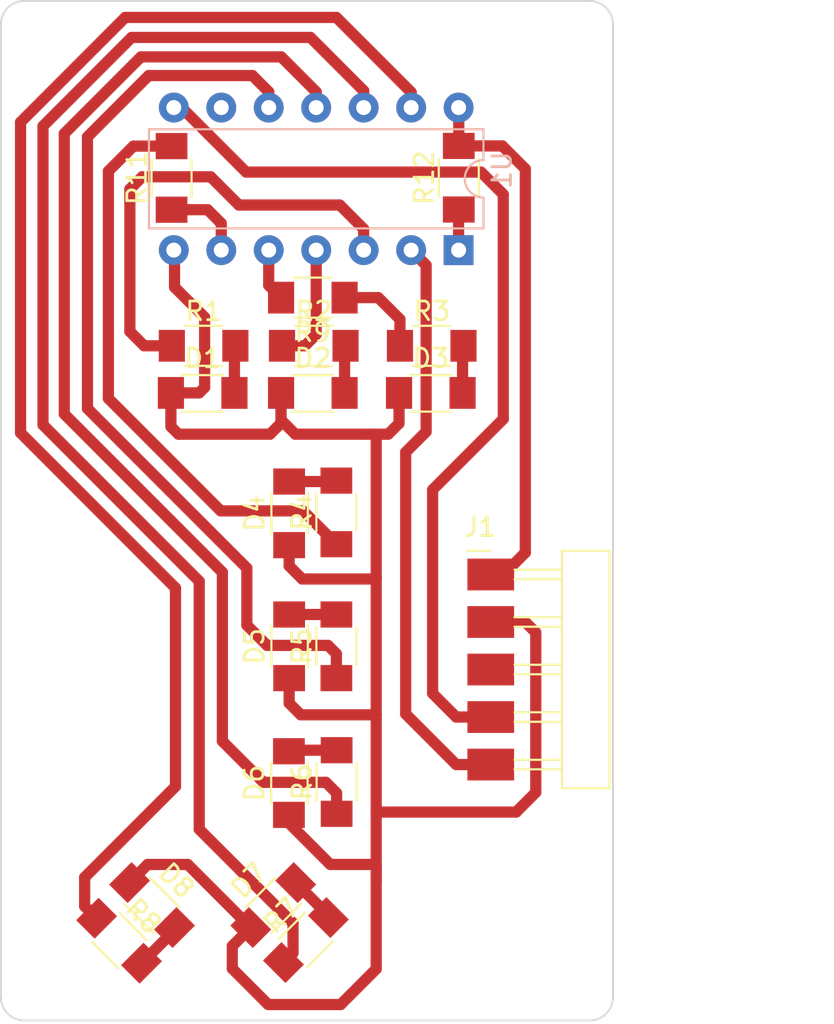
<source format=kicad_pcb>
(kicad_pcb (version 20221018) (generator pcbnew)
  (layers (0 "F.Cu" signal) (31 "B.Cu" signal) (34 "B.Paste" user) (35 "F.Paste" user) (36 "B.SilkS" user "B.Silkscreen") (37 "F.SilkS" user "F.Silkscreen") (38 "B.Mask" user) (39 "F.Mask" user) (44 "Edge.Cuts" user))
  (net 0 "")
  (net 1 "PWR_GND")
  (net 2 "Net-(D1-A)")
  (net 3 "Net-(D2-A)")
  (net 4 "Net-(D3-A)")
  (net 5 "Net-(D4-A)")
  (net 6 "Net-(D5-A)")
  (net 7 "Net-(D6-A)")
  (net 8 "Net-(D7-A)")
  (net 9 "Net-(D8-A)")
  (net 10 "PWR_5V")
  (net 11 "Data pin")
  (net 12 "Clock pin")
  (net 13 "Net-(U1-Q0)")
  (net 14 "Net-(U1-Q1)")
  (net 15 "Net-(U1-Q2)")
  (net 16 "Net-(U1-Q3)")
  (net 17 "Net-(U1-Q4)")
  (net 18 "Net-(U1-Q5)")
  (net 19 "Net-(U1-Q6)")
  (net 20 "Net-(U1-Q7)")
  (net 21 "Net-(R3-Pad1)")
  (net 22 "Net-(U1-DSA)")
  (net 23 "Net-(R11-Pad2)")
  (footprint "fab:R_1206" (layer "F.Cu") (at 89.09467 71.625)
    (fp_text reference "R1" (at 0 -1.85) (layer "F.SilkS"))
    (fp_text value "100 Ohm")
    (fp_line (start -1 -1.07) (end 1 -1.07) (stroke (width 0.12)) (layer "F.SilkS"))
    (fp_line (start 1 1.07) (end -1 1.07) (stroke (width 0.12)) (layer "F.SilkS"))
    (pad "1" smd rect (at -1.7 0) (size 1.4 1.7) (layers "F.Cu" "F.Paste" "F.Mask") (net 13 "Net-(U1-Q0)"))
    (pad "2" smd rect (at 1.7 0) (size 1.4 1.7) (layers "F.Cu" "F.Paste" "F.Mask") (net 2 "Net-(D1-A)"))
  )
  (footprint "fab:LED_1206" (layer "F.Cu") (at 101.251993 74.143046)
    (fp_text reference "D3" (at 0 -1.85) (layer "F.SilkS"))
    (fp_text value "LED_1206")
    (fp_line (start -1.1 -0.95) (end 1.1 -0.95) (stroke (width 0.12)) (layer "F.SilkS"))
    (fp_line (start -1.1 1) (end 1.1 1) (stroke (width 0.12)) (layer "F.SilkS"))
    (pad "1" smd rect (at -1.7 0) (size 1.4 1.7) (layers "F.Cu" "F.Paste" "F.Mask") (net 1 "PWR_GND"))
    (pad "2" smd rect (at 1.7 0) (size 1.4 1.7) (layers "F.Cu" "F.Paste" "F.Mask") (net 4 "Net-(D3-A)"))
  )
  (footprint "fab:PinHeader_1x05_P2.54mm_Horizontal_SMD" (layer "F.Cu") (at 104.46 83.85)
    (fp_text reference "J1" (at -1.524 -2.54 180) (layer "F.SilkS") (effects (justify left)))
    (fp_text value "Conn_PinHeader_1x05_P2.54mm_Horizontal_SMD")
    (fp_line (start -1.27 -1.27) (end 0 -1.27) (stroke (width 0.12)) (layer "F.SilkS"))
    (fp_line (start 3.81 -1.27) (end 6.35 -1.27) (stroke (width 0.12)) (layer "F.SilkS"))
    (fp_line (start 3.81 -0.254) (end 1.27 -0.254) (stroke (width 0.12)) (layer "F.SilkS"))
    (fp_line (start 3.81 0.254) (end 1.27 0.254) (stroke (width 0.12)) (layer "F.SilkS"))
    (fp_line (start 3.81 2.286) (end 1.27 2.286) (stroke (width 0.12)) (layer "F.SilkS"))
    (fp_line (start 3.81 2.794) (end 1.27 2.794) (stroke (width 0.12)) (layer "F.SilkS"))
    (fp_line (start 3.81 4.826) (end 1.27 4.826) (stroke (width 0.12)) (layer "F.SilkS"))
    (fp_line (start 3.81 5.334) (end 1.27 5.334) (stroke (width 0.12)) (layer "F.SilkS"))
    (fp_line (start 3.81 7.366) (end 1.27 7.366) (stroke (width 0.12)) (layer "F.SilkS"))
    (fp_line (start 3.81 7.874) (end 1.27 7.874) (stroke (width 0.12)) (layer "F.SilkS"))
    (fp_line (start 3.81 9.906) (end 1.27 9.906) (stroke (width 0.12)) (layer "F.SilkS"))
    (fp_line (start 3.81 10.414) (end 1.27 10.414) (stroke (width 0.12)) (layer "F.SilkS"))
    (fp_line (start 3.81 11.43) (end 3.81 -1.27) (stroke (width 0.12)) (layer "F.SilkS"))
    (fp_line (start 6.35 -1.27) (end 6.35 11.43) (stroke (width 0.12)) (layer "F.SilkS"))
    (fp_line (start 6.35 11.43) (end 3.81 11.43) (stroke (width 0.12)) (layer "F.SilkS"))
    (pad "1" smd rect (at 0 0) (size 2.5 1.7) (layers "F.Cu" "F.Paste" "F.Mask") (net 10 "PWR_5V"))
    (pad "2" smd rect (at 0 2.54) (size 2.5 1.7) (layers "F.Cu" "F.Paste" "F.Mask") (net 1 "PWR_GND"))
    (pad "3" smd rect (at 0 5.08) (size 2.5 1.7) (layers "F.Cu" "F.Paste" "F.Mask"))
    (pad "4" smd rect (at 0 7.62) (size 2.5 1.7) (layers "F.Cu" "F.Paste" "F.Mask") (net 12 "Clock pin"))
    (pad "5" smd rect (at 0 10.16) (size 2.5 1.7) (layers "F.Cu" "F.Paste" "F.Mask") (net 11 "Data pin"))
  )
  (footprint "fab:LED_1206" (layer "F.Cu") (at 93.672856 80.581308 90)
    (fp_text reference "D4" (at 0 -1.85 90) (layer "F.SilkS"))
    (fp_text value "LED_1206")
    (fp_line (start -1.1 -0.95) (end 1.1 -0.95) (stroke (width 0.12)) (layer "F.SilkS"))
    (fp_line (start -1.1 1) (end 1.1 1) (stroke (width 0.12)) (layer "F.SilkS"))
    (pad "1" smd rect (at -1.7 0 90) (size 1.4 1.7) (layers "F.Cu" "F.Paste" "F.Mask") (net 1 "PWR_GND"))
    (pad "2" smd rect (at 1.7 0 90) (size 1.4 1.7) (layers "F.Cu" "F.Paste" "F.Mask") (net 5 "Net-(D4-A)"))
  )
  (footprint "fab:R_1206" (layer "F.Cu") (at 96.2 80.531308 90)
    (fp_text reference "R4" (at 0 -1.85 90) (layer "F.SilkS"))
    (fp_text value "100 Ohm")
    (fp_line (start -1 -1.07) (end 1 -1.07) (stroke (width 0.12)) (layer "F.SilkS"))
    (fp_line (start 1 1.07) (end -1 1.07) (stroke (width 0.12)) (layer "F.SilkS"))
    (pad "1" smd rect (at -1.7 0 90) (size 1.4 1.7) (layers "F.Cu" "F.Paste" "F.Mask") (net 23 "Net-(R11-Pad2)"))
    (pad "2" smd rect (at 1.7 0 90) (size 1.4 1.7) (layers "F.Cu" "F.Paste" "F.Mask") (net 5 "Net-(D4-A)"))
  )
  (footprint "fab:LED_1206" (layer "F.Cu") (at 92.820474 101.521128 45)
    (fp_text reference "D7" (at 0 -1.85 45) (layer "F.SilkS"))
    (fp_text value "LED_1206")
    (fp_line (start -1.1 -0.95) (end 1.1 -0.95) (stroke (width 0.12)) (layer "F.SilkS"))
    (fp_line (start -1.1 1) (end 1.1 1) (stroke (width 0.12)) (layer "F.SilkS"))
    (pad "1" smd rect (at -1.7 0 45) (size 1.4 1.7) (layers "F.Cu" "F.Paste" "F.Mask") (net 1 "PWR_GND"))
    (pad "2" smd rect (at 1.7 0 45) (size 1.4 1.7) (layers "F.Cu" "F.Paste" "F.Mask") (net 8 "Net-(D7-A)"))
  )
  (footprint "fab:LED_1206" (layer "F.Cu") (at 89.04467 74.143046)
    (fp_text reference "D1" (at 0 -1.85) (layer "F.SilkS"))
    (fp_text value "LED_1206")
    (fp_line (start -1.1 -0.95) (end 1.1 -0.95) (stroke (width 0.12)) (layer "F.SilkS"))
    (fp_line (start -1.1 1) (end 1.1 1) (stroke (width 0.12)) (layer "F.SilkS"))
    (pad "1" smd rect (at -1.7 0) (size 1.4 1.7) (layers "F.Cu" "F.Paste" "F.Mask") (net 1 "PWR_GND"))
    (pad "2" smd rect (at 1.7 0) (size 1.4 1.7) (layers "F.Cu" "F.Paste" "F.Mask") (net 2 "Net-(D1-A)"))
  )
  (footprint "fab:LED_1206" (layer "F.Cu") (at 94.93986 74.143046)
    (fp_text reference "D2" (at 0 -1.85) (layer "F.SilkS"))
    (fp_text value "LED_1206")
    (fp_line (start -1.1 -0.95) (end 1.1 -0.95) (stroke (width 0.12)) (layer "F.SilkS"))
    (fp_line (start -1.1 1) (end 1.1 1) (stroke (width 0.12)) (layer "F.SilkS"))
    (pad "1" smd rect (at -1.7 0) (size 1.4 1.7) (layers "F.Cu" "F.Paste" "F.Mask") (net 1 "PWR_GND"))
    (pad "2" smd rect (at 1.7 0) (size 1.4 1.7) (layers "F.Cu" "F.Paste" "F.Mask") (net 3 "Net-(D2-A)"))
  )
  (footprint "fab:R_1206" (layer "F.Cu") (at 94.93986 69.05 180)
    (fp_text reference "R9" (at 0 -1.85) (layer "F.SilkS"))
    (fp_text value "0 Ohm")
    (fp_line (start -1 -1.07) (end 1 -1.07) (stroke (width 0.12)) (layer "F.SilkS"))
    (fp_line (start 1 1.07) (end -1 1.07) (stroke (width 0.12)) (layer "F.SilkS"))
    (pad "1" smd rect (at -1.7 0 180) (size 1.4 1.7) (layers "F.Cu" "F.Paste" "F.Mask") (net 15 "Net-(U1-Q2)"))
    (pad "2" smd rect (at 1.7 0 180) (size 1.4 1.7) (layers "F.Cu" "F.Paste" "F.Mask") (net 21 "Net-(R3-Pad1)"))
  )
  (footprint "fab:R_1206" (layer "F.Cu") (at 94.570536 103.391902 45)
    (fp_text reference "R7" (at 0 -1.85 45) (layer "F.SilkS"))
    (fp_text value "100 Ohm")
    (fp_line (start -1 -1.07) (end 1 -1.07) (stroke (width 0.12)) (layer "F.SilkS"))
    (fp_line (start 1 1.07) (end -1 1.07) (stroke (width 0.12)) (layer "F.SilkS"))
    (pad "1" smd rect (at -1.7 0 45) (size 1.4 1.7) (layers "F.Cu" "F.Paste" "F.Mask") (net 19 "Net-(U1-Q6)"))
    (pad "2" smd rect (at 1.7 0 45) (size 1.4 1.7) (layers "F.Cu" "F.Paste" "F.Mask") (net 8 "Net-(D7-A)"))
  )
  (footprint "fab:R_1206" (layer "F.Cu") (at 101.301993 71.625)
    (fp_text reference "R3" (at 0 -1.85) (layer "F.SilkS"))
    (fp_text value "100 Ohm")
    (fp_line (start -1 -1.07) (end 1 -1.07) (stroke (width 0.12)) (layer "F.SilkS"))
    (fp_line (start 1 1.07) (end -1 1.07) (stroke (width 0.12)) (layer "F.SilkS"))
    (pad "1" smd rect (at -1.7 0) (size 1.4 1.7) (layers "F.Cu" "F.Paste" "F.Mask") (net 21 "Net-(R3-Pad1)"))
    (pad "2" smd rect (at 1.7 0) (size 1.4 1.7) (layers "F.Cu" "F.Paste" "F.Mask") (net 4 "Net-(D3-A)"))
  )
  (footprint "fab:R_1206" (layer "F.Cu") (at 84.570536 103.427258 -45)
    (fp_text reference "R8" (at 0 -1.85 135) (layer "F.SilkS"))
    (fp_text value "100 Ohm")
    (fp_line (start -1 -1.07) (end 1 -1.07) (stroke (width 0.12)) (layer "F.SilkS"))
    (fp_line (start 1 1.07) (end -1 1.07) (stroke (width 0.12)) (layer "F.SilkS"))
    (pad "1" smd rect (at -1.7 0 315) (size 1.4 1.7) (layers "F.Cu" "F.Paste" "F.Mask") (net 20 "Net-(U1-Q7)"))
    (pad "2" smd rect (at 1.7 0 315) (size 1.4 1.7) (layers "F.Cu" "F.Paste" "F.Mask") (net 9 "Net-(D8-A)"))
  )
  (footprint "fab:R_1206" (layer "F.Cu") (at 96.212375 94.942805 90)
    (fp_text reference "R6" (at 0 -1.85 90) (layer "F.SilkS"))
    (fp_text value "100 Ohm")
    (fp_line (start -1 -1.07) (end 1 -1.07) (stroke (width 0.12)) (layer "F.SilkS"))
    (fp_line (start 1 1.07) (end -1 1.07) (stroke (width 0.12)) (layer "F.SilkS"))
    (pad "1" smd rect (at -1.7 0 90) (size 1.4 1.7) (layers "F.Cu" "F.Paste" "F.Mask") (net 18 "Net-(U1-Q5)"))
    (pad "2" smd rect (at 1.7 0 90) (size 1.4 1.7) (layers "F.Cu" "F.Paste" "F.Mask") (net 7 "Net-(D6-A)"))
  )
  (footprint "fab:LED_1206" (layer "F.Cu") (at 93.672856 87.688808 90)
    (fp_text reference "D5" (at 0 -1.85 90) (layer "F.SilkS"))
    (fp_text value "LED_1206")
    (fp_line (start -1.1 -0.95) (end 1.1 -0.95) (stroke (width 0.12)) (layer "F.SilkS"))
    (fp_line (start -1.1 1) (end 1.1 1) (stroke (width 0.12)) (layer "F.SilkS"))
    (pad "1" smd rect (at -1.7 0 90) (size 1.4 1.7) (layers "F.Cu" "F.Paste" "F.Mask") (net 1 "PWR_GND"))
    (pad "2" smd rect (at 1.7 0 90) (size 1.4 1.7) (layers "F.Cu" "F.Paste" "F.Mask") (net 6 "Net-(D5-A)"))
  )
  (footprint "fab:LED_1206" (layer "F.Cu") (at 86.335118 101.521128 -45)
    (fp_text reference "D8" (at 0 -1.85 135) (layer "F.SilkS"))
    (fp_text value "LED_1206")
    (fp_line (start -1.1 -0.95) (end 1.1 -0.95) (stroke (width 0.12)) (layer "F.SilkS"))
    (fp_line (start -1.1 1) (end 1.1 1) (stroke (width 0.12)) (layer "F.SilkS"))
    (pad "1" smd rect (at -1.7 0 315) (size 1.4 1.7) (layers "F.Cu" "F.Paste" "F.Mask") (net 1 "PWR_GND"))
    (pad "2" smd rect (at 1.7 0 315) (size 1.4 1.7) (layers "F.Cu" "F.Paste" "F.Mask") (net 9 "Net-(D8-A)"))
  )
  (footprint "fab:R_1206" (layer "F.Cu") (at 94.98986 71.625)
    (fp_text reference "R2" (at 0 -1.85) (layer "F.SilkS"))
    (fp_text value "100 Ohm")
    (fp_line (start -1 -1.07) (end 1 -1.07) (stroke (width 0.12)) (layer "F.SilkS"))
    (fp_line (start 1 1.07) (end -1 1.07) (stroke (width 0.12)) (layer "F.SilkS"))
    (pad "1" smd rect (at -1.7 0) (size 1.4 1.7) (layers "F.Cu" "F.Paste" "F.Mask") (net 14 "Net-(U1-Q1)"))
    (pad "2" smd rect (at 1.7 0) (size 1.4 1.7) (layers "F.Cu" "F.Paste" "F.Mask") (net 3 "Net-(D2-A)"))
  )
  (footprint "fab:R_1206" (layer "F.Cu") (at 102.75 62.64 90)
    (fp_text reference "R12" (at 0 -1.85 90) (layer "F.SilkS"))
    (fp_text value "0 Ohm")
    (fp_line (start -1 -1.07) (end 1 -1.07) (stroke (width 0.12)) (layer "F.SilkS"))
    (fp_line (start 1 1.07) (end -1 1.07) (stroke (width 0.12)) (layer "F.SilkS"))
    (pad "1" smd rect (at -1.7 0 90) (size 1.4 1.7) (layers "F.Cu" "F.Paste" "F.Mask") (net 22 "Net-(U1-DSA)"))
    (pad "2" smd rect (at 1.7 0 90) (size 1.4 1.7) (layers "F.Cu" "F.Paste" "F.Mask") (net 10 "PWR_5V"))
  )
  (footprint "fab:LED_1206" (layer "F.Cu") (at 93.660231 94.999113 90)
    (fp_text reference "D6" (at 0 -1.85 90) (layer "F.SilkS"))
    (fp_text value "LED_1206")
    (fp_line (start -1.1 -0.95) (end 1.1 -0.95) (stroke (width 0.12)) (layer "F.SilkS"))
    (fp_line (start -1.1 1) (end 1.1 1) (stroke (width 0.12)) (layer "F.SilkS"))
    (pad "1" smd rect (at -1.7 0 90) (size 1.4 1.7) (layers "F.Cu" "F.Paste" "F.Mask") (net 1 "PWR_GND"))
    (pad "2" smd rect (at 1.7 0 90) (size 1.4 1.7) (layers "F.Cu" "F.Paste" "F.Mask") (net 7 "Net-(D6-A)"))
  )
  (footprint "fab:R_1206" (layer "F.Cu") (at 96.2 87.688808 90)
    (fp_text reference "R5" (at 0 -1.85 90) (layer "F.SilkS"))
    (fp_text value "100 Ohm")
    (fp_line (start -1 -1.07) (end 1 -1.07) (stroke (width 0.12)) (layer "F.SilkS"))
    (fp_line (start 1 1.07) (end -1 1.07) (stroke (width 0.12)) (layer "F.SilkS"))
    (pad "1" smd rect (at -1.7 0 90) (size 1.4 1.7) (layers "F.Cu" "F.Paste" "F.Mask") (net 17 "Net-(U1-Q4)"))
    (pad "2" smd rect (at 1.7 0 90) (size 1.4 1.7) (layers "F.Cu" "F.Paste" "F.Mask") (net 6 "Net-(D5-A)"))
  )
  (footprint "fab:R_1206" (layer "F.Cu") (at 87.38 62.65 90)
    (fp_text reference "R11" (at 0 -1.85 90) (layer "F.SilkS"))
    (fp_text value "0 Ohm")
    (fp_line (start -1 -1.07) (end 1 -1.07) (stroke (width 0.12)) (layer "F.SilkS"))
    (fp_line (start 1 1.07) (end -1 1.07) (stroke (width 0.12)) (layer "F.SilkS"))
    (pad "1" smd rect (at -1.7 0 90) (size 1.4 1.7) (layers "F.Cu" "F.Paste" "F.Mask") (net 16 "Net-(U1-Q3)"))
    (pad "2" smd rect (at 1.7 0 90) (size 1.4 1.7) (layers "F.Cu" "F.Paste" "F.Mask") (net 23 "Net-(R11-Pad2)"))
  )
  (footprint "Package_DIP:DIP-14_W7.62mm" (layer "B.Cu") (at 102.74 66.51 90)
    (fp_text reference "U1" (at 4.270001 2.32 90) (layer "B.SilkS") (effects (justify mirror)))
    (fp_text value locked "74HCT164")
    (fp_line (start 1.16 -16.57) (end 6.46 -16.57) (stroke (width 0.12)) (layer "B.SilkS"))
    (fp_line (start 1.16 1.33) (end 1.16 -16.57) (stroke (width 0.12)) (layer "B.SilkS"))
    (fp_line (start 2.81 1.33) (end 1.16 1.33) (stroke (width 0.12)) (layer "B.SilkS"))
    (fp_line (start 6.46 -16.57) (end 6.46 1.33) (stroke (width 0.12)) (layer "B.SilkS"))
    (fp_line (start 6.46 1.33) (end 4.81 1.33) (stroke (width 0.12)) (layer "B.SilkS"))
    (fp_arc (start 2.81 1.33) (mid 3.81 0.33) (end 4.81 1.33) (stroke (width 0.12)) (layer "B.SilkS"))
    (pad "1" thru_hole rect (at 0 0 90) (size 1.6 1.6) (drill 0.8) (layers "*.Cu" "*.Mask") (net 22 "Net-(U1-DSA)"))
    (pad "2" thru_hole oval (at 0 -2.54 90) (size 1.6 1.6) (drill 0.8) (layers "*.Cu" "*.Mask") (net 11 "Data pin"))
    (pad "3" thru_hole oval (at 0 -5.08 90) (size 1.6 1.6) (drill 0.8) (layers "*.Cu" "*.Mask") (net 13 "Net-(U1-Q0)"))
    (pad "4" thru_hole oval (at 0 -7.62 90) (size 1.6 1.6) (drill 0.8) (layers "*.Cu" "*.Mask") (net 14 "Net-(U1-Q1)"))
    (pad "5" thru_hole oval (at 0 -10.16 90) (size 1.6 1.6) (drill 0.8) (layers "*.Cu" "*.Mask") (net 15 "Net-(U1-Q2)"))
    (pad "6" thru_hole oval (at 0 -12.7 90) (size 1.6 1.6) (drill 0.8) (layers "*.Cu" "*.Mask") (net 16 "Net-(U1-Q3)"))
    (pad "7" thru_hole oval (at 0 -15.24 90) (size 1.6 1.6) (drill 0.8) (layers "*.Cu" "*.Mask") (net 1 "PWR_GND"))
    (pad "8" thru_hole oval (at 7.62 -15.24 90) (size 1.6 1.6) (drill 0.8) (layers "*.Cu" "*.Mask") (net 12 "Clock pin"))
    (pad "9" thru_hole oval (at 7.62 -12.7 90) (size 1.6 1.6) (drill 0.8) (layers "*.Cu" "*.Mask"))
    (pad "10" thru_hole oval (at 7.62 -10.16 90) (size 1.6 1.6) (drill 0.8) (layers "*.Cu" "*.Mask") (net 17 "Net-(U1-Q4)"))
    (pad "11" thru_hole oval (at 7.62 -7.62 90) (size 1.6 1.6) (drill 0.8) (layers "*.Cu" "*.Mask") (net 18 "Net-(U1-Q5)"))
    (pad "12" thru_hole oval (at 7.62 -5.08 90) (size 1.6 1.6) (drill 0.8) (layers "*.Cu" "*.Mask") (net 19 "Net-(U1-Q6)"))
    (pad "13" thru_hole oval (at 7.62 -2.54 90) (size 1.6 1.6) (drill 0.8) (layers "*.Cu" "*.Mask") (net 20 "Net-(U1-Q7)"))
    (pad "14" thru_hole oval (at 7.62 0 90) (size 1.6 1.6) (drill 0.8) (layers "*.Cu" "*.Mask") (net 10 "PWR_5V"))
  )
  (gr_line (start 79.5 107.69) (end 109.75 107.69) (stroke (width 0.1)) (layer "Edge.Cuts"))
  (gr_arc (start 78.25 54.44) (mid 78.616117 53.556117) (end 79.5 53.19) (stroke (width 0.1)) (layer "Edge.Cuts"))
  (gr_line (start 111 106.44) (end 111 54.44) (stroke (width 0.1)) (layer "Edge.Cuts"))
  (gr_line (start 78.25 54.44) (end 78.25 106.44) (stroke (width 0.1)) (layer "Edge.Cuts"))
  (gr_arc (start 109.75 53.19) (mid 110.633883 53.556117) (end 111 54.44) (stroke (width 0.1)) (layer "Edge.Cuts"))
  (gr_arc (start 111 106.44) (mid 110.633883 107.323883) (end 109.75 107.69) (stroke (width 0.1)) (layer "Edge.Cuts"))
  (gr_arc (start 79.5 107.69) (mid 78.616117 107.323883) (end 78.25 106.44) (stroke (width 0.1)) (layer "Edge.Cuts"))
  (gr_line (start 109.75 53.19) (end 79.5 53.19) (stroke (width 0.1)) (layer "Edge.Cuts"))
  (segment (start 93.23986 75.58986) (end 94 76.35) (width 0.6) (layer "F.Cu") (net 1))
  (segment (start 93.660231 97.140231) (end 95.87 99.35) (width 0.6) (layer "F.Cu") (net 1))
  (segment (start 93.672856 90.732856) (end 94.29 91.35) (width 0.6) (layer "F.Cu") (net 1))
  (segment (start 92.65 76.35) (end 93.23986 75.76014) (width 0.6) (layer "F.Cu") (net 1))
  (segment (start 90.63018 103.711422) (end 91.618392 102.72321) (width 0.6) (layer "F.Cu") (net 1))
  (segment (start 93.672856 82.281308) (end 93.672856 83.392856) (width 0.6) (layer "F.Cu") (net 1))
  (segment (start 93.23986 74.143046) (end 93.23986 75.58986) (width 0.6) (layer "F.Cu") (net 1))
  (segment (start 98.33 99.35) (end 98.33 100.22) (width 0.6) (layer "F.Cu") (net 1))
  (segment (start 98.33 104.94) (end 96.43 106.84) (width 0.6) (layer "F.Cu") (net 1))
  (segment (start 93.23986 75.76014) (end 93.23986 74.143046) (width 0.6) (layer "F.Cu") (net 1))
  (segment (start 85.133036 100.319046) (end 86.102082 99.35) (width 0.6) (layer "F.Cu") (net 1))
  (segment (start 86.102082 99.35) (end 88.245182 99.35) (width 0.6) (layer "F.Cu") (net 1))
  (segment (start 94.37 84.09) (end 98.26 84.09) (width 0.6) (layer "F.Cu") (net 1))
  (segment (start 106.87 86.95) (end 106.31 86.39) (width 0.6) (layer "F.Cu") (net 1))
  (segment (start 88.856954 74.143046) (end 87.34467 74.143046) (width 0.6) (layer "F.Cu") (net 1))
  (segment (start 105.82 96.55) (end 98.36 96.55) (width 0.6) (layer "F.Cu") (net 1))
  (segment (start 98.26 84.09) (end 98.33 84.02) (width 0.6) (layer "F.Cu") (net 1))
  (segment (start 106.87 95.5) (end 106.87 86.95) (width 0.6) (layer "F.Cu") (net 1))
  (segment (start 94.29 91.35) (end 98.33 91.35) (width 0.6) (layer "F.Cu") (net 1))
  (segment (start 87.75 76.35) (end 92.65 76.35) (width 0.6) (layer "F.Cu") (net 1))
  (segment (start 87.54 67.275) (end 87.54 68.49) (width 0.6) (layer "F.Cu") (net 1))
  (segment (start 99.2625 76.0625) (end 99.551993 75.773007) (width 0.6) (layer "F.Cu") (net 1))
  (segment (start 87.54 68.49) (end 89.15 70.1) (width 0.6) (layer "F.Cu") (net 1))
  (segment (start 89.15 73.85) (end 88.856954 74.143046) (width 0.6) (layer "F.Cu") (net 1))
  (segment (start 98.33 84.02) (end 98.33 76.37) (width 0.6) (layer "F.Cu") (net 1))
  (segment (start 90.63018 104.92018) (end 90.63018 103.711422) (width 0.6) (layer "F.Cu") (net 1))
  (segment (start 98.36 96.55) (end 98.33 96.52) (width 0.6) (layer "F.Cu") (net 1))
  (segment (start 98.33 76.37) (end 98.31 76.35) (width 0.6) (layer "F.Cu") (net 1))
  (segment (start 93.660231 96.699113) (end 93.660231 97.140231) (width 0.6) (layer "F.Cu") (net 1))
  (segment (start 89.15 70.1) (end 89.15 73.85) (width 0.6) (layer "F.Cu") (net 1))
  (segment (start 92.55 106.84) (end 90.63018 104.92018) (width 0.6) (layer "F.Cu") (net 1))
  (segment (start 98.33 96.52) (end 98.33 91.35) (width 0.6) (layer "F.Cu") (net 1))
  (segment (start 98.33 91.35) (end 98.33 84.02) (width 0.6) (layer "F.Cu") (net 1))
  (segment (start 106.31 86.39) (end 104.46 86.39) (width 0.6) (layer "F.Cu") (net 1))
  (segment (start 94 76.35) (end 97.87 76.35) (width 0.6) (layer "F.Cu") (net 1))
  (segment (start 93.672856 89.388808) (end 93.672856 90.732856) (width 0.6) (layer "F.Cu") (net 1))
  (segment (start 87.34467 74.143046) (end 87.34467 75.94467) (width 0.6) (layer "F.Cu") (net 1))
  (segment (start 99.551993 75.773007) (end 99.551993 74.143046) (width 0.6) (layer "F.Cu") (net 1))
  (segment (start 96.43 106.84) (end 92.55 106.84) (width 0.6) (layer "F.Cu") (net 1))
  (segment (start 98.33 104.94) (end 98.33 100.22) (width 0.6) (layer "F.Cu") (net 1))
  (segment (start 87.34467 75.94467) (end 87.75 76.35) (width 0.6) (layer "F.Cu") (net 1))
  (segment (start 95.87 99.35) (end 98.33 99.35) (width 0.6) (layer "F.Cu") (net 1))
  (segment (start 98.975 76.35) (end 99.2625 76.0625) (width 0.6) (layer "F.Cu") (net 1))
  (segment (start 93.672856 83.392856) (end 94.37 84.09) (width 0.6) (layer "F.Cu") (net 1))
  (segment (start 98.33 100.22) (end 98.33 96.52) (width 0.6) (layer "F.Cu") (net 1))
  (segment (start 98.31 76.35) (end 98.975 76.35) (width 0.6) (layer "F.Cu") (net 1))
  (segment (start 105.82 96.55) (end 106.87 95.5) (width 0.6) (layer "F.Cu") (net 1))
  (segment (start 88.245182 99.35) (end 91.618392 102.72321) (width 0.6) (layer "F.Cu") (net 1))
  (segment (start 93.660231 96.699113) (end 93.660231 96.923323) (width 0.6) (layer "F.Cu") (net 1))
  (segment (start 97.87 76.35) (end 98.31 76.35) (width 0.6) (layer "F.Cu") (net 1))
  (segment (start 90.74467 71.675) (end 90.79467 71.625) (width 0.6) (layer "F.Cu") (net 2))
  (segment (start 90.74467 74.143046) (end 90.74467 71.675) (width 0.6) (layer "F.Cu") (net 2))
  (segment (start 96.63986 74.143046) (end 96.63986 71.675) (width 0.6) (layer "F.Cu") (net 3))
  (segment (start 96.63986 71.675) (end 96.68986 71.625) (width 0.6) (layer "F.Cu") (net 3))
  (segment (start 102.951993 74.143046) (end 102.951993 71.675) (width 0.6) (layer "F.Cu") (net 4))
  (segment (start 102.951993 71.675) (end 103.001993 71.625) (width 0.6) (layer "F.Cu") (net 4))
  (segment (start 93.672856 78.881308) (end 96.15 78.881308) (width 0.6) (layer "F.Cu") (net 5))
  (segment (start 96.15 78.881308) (end 96.2 78.831308) (width 0.6) (layer "F.Cu") (net 5))
  (segment (start 93.672856 85.988808) (end 96.2 85.988808) (width 0.6) (layer "F.Cu") (net 6))
  (segment (start 93.716539 93.242805) (end 93.660231 93.299113) (width 0.6) (layer "F.Cu") (net 7))
  (segment (start 96.212375 93.242805) (end 93.716539 93.242805) (width 0.6) (layer "F.Cu") (net 7))
  (segment (start 95.772618 102.18982) (end 95.772618 102.069108) (width 0.6) (layer "F.Cu") (net 8))
  (segment (start 95.772618 102.069108) (end 94.022556 100.319046) (width 0.6) (layer "F.Cu") (net 8))
  (segment (start 87.5372 102.864758) (end 85.772618 104.62934) (width 0.6) (layer "F.Cu") (net 9))
  (segment (start 85.772618 104.62934) (end 85.772618 104.483628) (width 0.6) (layer "F.Cu") (net 9))
  (segment (start 87.5372 102.72321) (end 87.5372 102.864758) (width 0.6) (layer "F.Cu") (net 9))
  (segment (start 106.31 62.17) (end 105.08 60.94) (width 0.6) (layer "F.Cu") (net 10))
  (segment (start 105.14 83.85) (end 106.31 82.68) (width 0.6) (layer "F.Cu") (net 10))
  (segment (start 102.75 58.9) (end 102.74 58.89) (width 0.6) (layer "F.Cu") (net 10))
  (segment (start 102.75 60.94) (end 102.75 58.9) (width 0.6) (layer "F.Cu") (net 10))
  (segment (start 102.76 58.91) (end 102.74 58.89) (width 0.6) (layer "F.Cu") (net 10))
  (segment (start 106.31 82.68) (end 106.31 62.17) (width 0.6) (layer "F.Cu") (net 10))
  (segment (start 104.46 83.85) (end 105.14 83.85) (width 0.6) (layer "F.Cu") (net 10))
  (segment (start 105.08 60.94) (end 102.75 60.94) (width 0.6) (layer "F.Cu") (net 10))
  (segment (start 106.31 82.68) (end 106.29 82.66) (width 0.6) (layer "F.Cu") (net 10))
  (segment (start 102.61 94.01) (end 99.91 91.31) (width 0.6) (layer "F.Cu") (net 11))
  (segment (start 101.001993 76.218007) (end 101.001993 67.311993) (width 0.6) (layer "F.Cu") (net 11))
  (segment (start 99.91 77.31) (end 101.001993 76.218007) (width 0.6) (layer "F.Cu") (net 11))
  (segment (start 104.46 94.01) (end 102.61 94.01) (width 0.6) (layer "F.Cu") (net 11))
  (segment (start 99.91 91.31) (end 99.91 77.31) (width 0.6) (layer "F.Cu") (net 11))
  (segment (start 101.001993 67.311993) (end 100.2 66.51) (width 0.6) (layer "F.Cu") (net 11))
  (segment (start 91.368679 62.34) (end 87.918679 58.89) (width 0.6) (layer "F.Cu") (net 12))
  (segment (start 87.918679 58.89) (end 87.5 58.89) (width 0.6) (layer "F.Cu") (net 12))
  (segment (start 101.35 90.21) (end 101.35 79.32) (width 0.6) (layer "F.Cu") (net 12))
  (segment (start 101.35 79.32) (end 105.13 75.54) (width 0.6) (layer "F.Cu") (net 12))
  (segment (start 105.13 75.54) (end 105.13 63.53) (width 0.6) (layer "F.Cu") (net 12))
  (segment (start 103.94 62.34) (end 91.368679 62.34) (width 0.6) (layer "F.Cu") (net 12))
  (segment (start 102.61 91.47) (end 101.35 90.21) (width 0.6) (layer "F.Cu") (net 12))
  (segment (start 104.46 91.47) (end 102.61 91.47) (width 0.6) (layer "F.Cu") (net 12))
  (segment (start 105.13 63.53) (end 103.94 62.34) (width 0.6) (layer "F.Cu") (net 12))
  (segment (start 85.915 71.625) (end 85.15 70.86) (width 0.6) (layer "F.Cu") (net 13))
  (segment (start 90.98 64.1) (end 96.38 64.1) (width 0.6) (layer "F.Cu") (net 13))
  (segment (start 89.47 62.59) (end 90.98 64.1) (width 0.6) (layer "F.Cu") (net 13))
  (segment (start 87.39467 71.625) (end 85.915 71.625) (width 0.6) (layer "F.Cu") (net 13))
  (segment (start 85.15 63.25) (end 85.81 62.59) (width 0.6) (layer "F.Cu") (net 13))
  (segment (start 85.15 70.86) (end 85.15 63.25) (width 0.6) (layer "F.Cu") (net 13))
  (segment (start 96.38 64.1) (end 97.66 65.38) (width 0.6) (layer "F.Cu") (net 13))
  (segment (start 85.81 62.59) (end 89.47 62.59) (width 0.6) (layer "F.Cu") (net 13))
  (segment (start 97.66 65.38) (end 97.66 66.51) (width 0.6) (layer "F.Cu") (net 13))
  (segment (start 94.515 71.625) (end 93.28986 71.625) (width 0.6) (layer "F.Cu") (net 14))
  (segment (start 95.12 66.51) (end 95.12 71.02) (width 0.6) (layer "F.Cu") (net 14))
  (segment (start 95.12 71.02) (end 94.515 71.625) (width 0.6) (layer "F.Cu") (net 14))
  (segment (start 92.58 66.51) (end 92.58 68.39014) (width 0.6) (layer "F.Cu") (net 15))
  (segment (start 92.58 68.39014) (end 93.23986 69.05) (width 0.6) (layer "F.Cu") (net 15))
  (segment (start 90.04 65.08) (end 89.31 64.35) (width 0.6) (layer "F.Cu") (net 16))
  (segment (start 90.04 66.51) (end 90.04 65.08) (width 0.6) (layer "F.Cu") (net 16))
  (segment (start 89.31 64.35) (end 87.38 64.35) (width 0.6) (layer "F.Cu") (net 16))
  (segment (start 96.2 88.088808) (end 95.751192 87.64) (width 0.6) (layer "F.Cu") (net 17))
  (segment (start 86.155786 57.18) (end 91.71 57.18) (width 0.6) (layer "F.Cu") (net 17))
  (segment (start 82.88 74.98) (end 82.88 60.455786) (width 0.6) (layer "F.Cu") (net 17))
  (segment (start 82.88 60.455786) (end 86.155786 57.18) (width 0.6) (layer "F.Cu") (net 17))
  (segment (start 96.2 89.388808) (end 96.2 88.088808) (width 0.6) (layer "F.Cu") (net 17))
  (segment (start 92.49 87.64) (end 91.41 86.56) (width 0.6) (layer "F.Cu") (net 17))
  (segment (start 95.751192 87.64) (end 92.49 87.64) (width 0.6) (layer "F.Cu") (net 17))
  (segment (start 91.71 57.18) (end 92.58 58.05) (width 0.6) (layer "F.Cu") (net 17))
  (segment (start 92.58 58.05) (end 92.58 58.89) (width 0.6) (layer "F.Cu") (net 17))
  (segment (start 91.41 86.56) (end 91.41 83.51) (width 0.6) (layer "F.Cu") (net 17))
  (segment (start 91.41 83.51) (end 82.88 74.98) (width 0.6) (layer "F.Cu") (net 17))
  (segment (start 95.12 58.05) (end 95.12 58.89) (width 0.6) (layer "F.Cu") (net 18))
  (segment (start 81.64 75.27) (end 81.64 60.281572) (width 0.6) (layer "F.Cu") (net 18))
  (segment (start 93.25 56.18) (end 95.12 58.05) (width 0.6) (layer "F.Cu") (net 18))
  (segment (start 81.64 60.281572) (end 85.741572 56.18) (width 0.6) (layer "F.Cu") (net 18))
  (segment (start 92.3 94.96) (end 90.1 92.76) (width 0.6) (layer "F.Cu") (net 18))
  (segment (start 96.212375 96.642805) (end 96.212375 95.532375) (width 0.6) (layer "F.Cu") (net 18))
  (segment (start 90.1 83.73) (end 81.64 75.27) (width 0.6) (layer "F.Cu") (net 18))
  (segment (start 90.1 92.76) (end 90.1 83.73) (width 0.6) (layer "F.Cu") (net 18))
  (segment (start 96.212375 95.532375) (end 95.64 94.96) (width 0.6) (layer "F.Cu") (net 18))
  (segment (start 85.741572 56.18) (end 93.25 56.18) (width 0.6) (layer "F.Cu") (net 18))
  (segment (start 95.64 94.96) (end 92.3 94.96) (width 0.6) (layer "F.Cu") (net 18))
  (segment (start 85.244214 55.14) (end 80.5 59.884214) (width 0.6) (layer "F.Cu") (net 19))
  (segment (start 94.81 55.14) (end 85.244214 55.14) (width 0.6) (layer "F.Cu") (net 19))
  (segment (start 93.88 104.082438) (end 93.368454 104.593984) (width 0.6) (layer "F.Cu") (net 19))
  (segment (start 97.66 57.99) (end 94.81 55.14) (width 0.6) (layer "F.Cu") (net 19))
  (segment (start 93.88 102.49) (end 93.88 104.082438) (width 0.6) (layer "F.Cu") (net 19))
  (segment (start 80.5 75.85) (end 88.86 84.21) (width 0.6) (layer "F.Cu") (net 19))
  (segment (start 88.86 97.47) (end 93.88 102.49) (width 0.6) (layer "F.Cu") (net 19))
  (segment (start 80.5 59.884214) (end 80.5 75.85) (width 0.6) (layer "F.Cu") (net 19))
  (segment (start 97.66 58.89) (end 97.66 57.99) (width 0.6) (layer "F.Cu") (net 19))
  (segment (start 88.86 84.21) (end 88.86 97.47) (width 0.6) (layer "F.Cu") (net 19))
  (segment (start 82.73 101.586722) (end 83.368454 102.225176) (width 0.6) (layer "F.Cu") (net 20))
  (segment (start 100.2 58.07) (end 96.2 54.07) (width 0.6) (layer "F.Cu") (net 20))
  (segment (start 87.59 95.18) (end 82.73 100.04) (width 0.6) (layer "F.Cu") (net 20))
  (segment (start 96.2 54.07) (end 84.9 54.07) (width 0.6) (layer "F.Cu") (net 20))
  (segment (start 82.73 100.04) (end 82.73 101.586722) (width 0.6) (layer "F.Cu") (net 20))
  (segment (start 79.3 59.67) (end 79.3 76.28) (width 0.6) (layer "F.Cu") (net 20))
  (segment (start 84.9 54.07) (end 79.3 59.67) (width 0.6) (layer "F.Cu") (net 20))
  (segment (start 100.2 58.89) (end 100.2 58.07) (width 0.6) (layer "F.Cu") (net 20))
  (segment (start 79.3 76.28) (end 87.59 84.57) (width 0.6) (layer "F.Cu") (net 20))
  (segment (start 87.59 84.57) (end 87.59 95.18) (width 0.6) (layer "F.Cu") (net 20))
  (segment (start 98.44 69.05) (end 99.601993 70.211993) (width 0.6) (layer "F.Cu") (net 21))
  (segment (start 96.63986 69.05) (end 98.44 69.05) (width 0.6) (layer "F.Cu") (net 21))
  (segment (start 99.601993 70.211993) (end 99.601993 71.625) (width 0.6) (layer "F.Cu") (net 21))
  (segment (start 102.76 66.49) (end 102.74 66.51) (width 0.6) (layer "F.Cu") (net 22))
  (segment (start 102.74 66.51) (end 102.74 64.35) (width 0.6) (layer "F.Cu") (net 22))
  (segment (start 102.74 64.35) (end 102.75 64.34) (width 0.6) (layer "F.Cu") (net 22))
  (segment (start 102.75 66.5) (end 102.74 66.51) (width 0.6) (layer "F.Cu") (net 22))
  (segment (start 94.418692 80.45) (end 96.2 82.231308) (width 0.6) (layer "F.Cu") (net 23))
  (segment (start 84 74.44) (end 90.01 80.45) (width 0.6) (layer "F.Cu") (net 23))
  (segment (start 87.38 60.95) (end 85.34 60.95) (width 0.6) (layer "F.Cu") (net 23))
  (segment (start 84 62.29) (end 84 74.44) (width 0.6) (layer "F.Cu") (net 23))
  (segment (start 90.01 80.45) (end 94.418692 80.45) (width 0.6) (layer "F.Cu") (net 23))
  (segment (start 85.34 60.95) (end 84 62.29) (width 0.6) (layer "F.Cu") (net 23))
)
</source>
